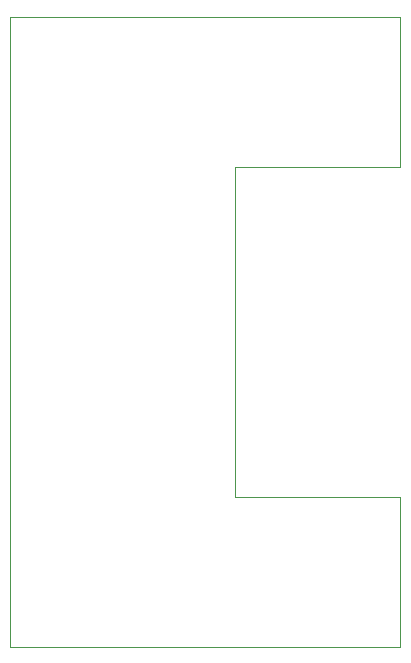
<source format=gbr>
%TF.GenerationSoftware,KiCad,Pcbnew,5.1.9+dfsg1-1~bpo10+1*%
%TF.CreationDate,2022-02-06T15:46:01+08:00*%
%TF.ProjectId,euro2breadboard,6575726f-3262-4726-9561-64626f617264,rev?*%
%TF.SameCoordinates,Original*%
%TF.FileFunction,Profile,NP*%
%FSLAX46Y46*%
G04 Gerber Fmt 4.6, Leading zero omitted, Abs format (unit mm)*
G04 Created by KiCad (PCBNEW 5.1.9+dfsg1-1~bpo10+1) date 2022-02-06 15:46:01*
%MOMM*%
%LPD*%
G01*
G04 APERTURE LIST*
%TA.AperFunction,Profile*%
%ADD10C,0.100000*%
%TD*%
G04 APERTURE END LIST*
D10*
X100330000Y-40005000D02*
X100330000Y-52705000D01*
X67310000Y-40005000D02*
X100330000Y-40005000D01*
X67310000Y-93345000D02*
X67310000Y-40005000D01*
X100330000Y-93345000D02*
X67310000Y-93345000D01*
X100330000Y-80645000D02*
X100330000Y-93345000D01*
X86360000Y-80645000D02*
X100330000Y-80645000D01*
X86360000Y-52705000D02*
X86360000Y-80645000D01*
X100330000Y-52705000D02*
X86360000Y-52705000D01*
M02*

</source>
